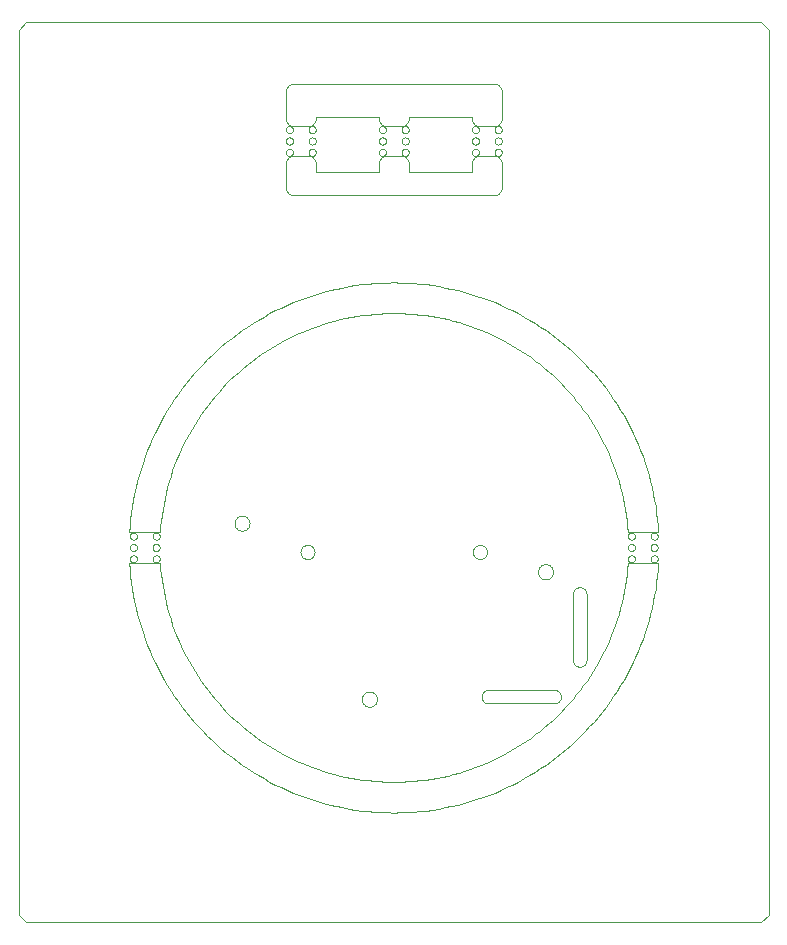
<source format=gko>
G75*
%MOIN*%
%OFA0B0*%
%FSLAX24Y24*%
%IPPOS*%
%LPD*%
%AMOC8*
5,1,8,0,0,1.08239X$1,22.5*
%
%ADD10C,0.0000*%
D10*
X001140Y000890D02*
X000890Y001140D01*
X000890Y030640D01*
X001140Y030890D01*
X025640Y030890D01*
X025890Y030640D01*
X025890Y001140D01*
X025640Y000890D01*
X001140Y000890D01*
X004571Y012878D02*
X005595Y012878D01*
X005352Y013010D02*
X005354Y013031D01*
X005360Y013051D01*
X005369Y013071D01*
X005381Y013088D01*
X005396Y013102D01*
X005414Y013114D01*
X005434Y013122D01*
X005454Y013127D01*
X005475Y013128D01*
X005496Y013125D01*
X005516Y013119D01*
X005535Y013108D01*
X005552Y013095D01*
X005565Y013079D01*
X005576Y013061D01*
X005584Y013041D01*
X005588Y013021D01*
X005588Y012999D01*
X005584Y012979D01*
X005576Y012959D01*
X005565Y012941D01*
X005552Y012925D01*
X005535Y012912D01*
X005516Y012901D01*
X005496Y012895D01*
X005475Y012892D01*
X005454Y012893D01*
X005434Y012898D01*
X005414Y012906D01*
X005396Y012918D01*
X005381Y012932D01*
X005369Y012949D01*
X005360Y012969D01*
X005354Y012989D01*
X005352Y013010D01*
X005352Y013390D02*
X005354Y013411D01*
X005360Y013431D01*
X005369Y013451D01*
X005381Y013468D01*
X005396Y013482D01*
X005414Y013494D01*
X005434Y013502D01*
X005454Y013507D01*
X005475Y013508D01*
X005496Y013505D01*
X005516Y013499D01*
X005535Y013488D01*
X005552Y013475D01*
X005565Y013459D01*
X005576Y013441D01*
X005584Y013421D01*
X005588Y013401D01*
X005588Y013379D01*
X005584Y013359D01*
X005576Y013339D01*
X005565Y013321D01*
X005552Y013305D01*
X005535Y013292D01*
X005516Y013281D01*
X005496Y013275D01*
X005475Y013272D01*
X005454Y013273D01*
X005434Y013278D01*
X005414Y013286D01*
X005396Y013298D01*
X005381Y013312D01*
X005369Y013329D01*
X005360Y013349D01*
X005354Y013369D01*
X005352Y013390D01*
X005352Y013770D02*
X005354Y013791D01*
X005360Y013811D01*
X005369Y013831D01*
X005381Y013848D01*
X005396Y013862D01*
X005414Y013874D01*
X005434Y013882D01*
X005454Y013887D01*
X005475Y013888D01*
X005496Y013885D01*
X005516Y013879D01*
X005535Y013868D01*
X005552Y013855D01*
X005565Y013839D01*
X005576Y013821D01*
X005584Y013801D01*
X005588Y013781D01*
X005588Y013759D01*
X005584Y013739D01*
X005576Y013719D01*
X005565Y013701D01*
X005552Y013685D01*
X005535Y013672D01*
X005516Y013661D01*
X005496Y013655D01*
X005475Y013652D01*
X005454Y013653D01*
X005434Y013658D01*
X005414Y013666D01*
X005396Y013678D01*
X005381Y013692D01*
X005369Y013709D01*
X005360Y013729D01*
X005354Y013749D01*
X005352Y013770D01*
X005595Y013902D02*
X004571Y013902D01*
X004592Y013770D02*
X004594Y013791D01*
X004600Y013811D01*
X004609Y013831D01*
X004621Y013848D01*
X004636Y013862D01*
X004654Y013874D01*
X004674Y013882D01*
X004694Y013887D01*
X004715Y013888D01*
X004736Y013885D01*
X004756Y013879D01*
X004775Y013868D01*
X004792Y013855D01*
X004805Y013839D01*
X004816Y013821D01*
X004824Y013801D01*
X004828Y013781D01*
X004828Y013759D01*
X004824Y013739D01*
X004816Y013719D01*
X004805Y013701D01*
X004792Y013685D01*
X004775Y013672D01*
X004756Y013661D01*
X004736Y013655D01*
X004715Y013652D01*
X004694Y013653D01*
X004674Y013658D01*
X004654Y013666D01*
X004636Y013678D01*
X004621Y013692D01*
X004609Y013709D01*
X004600Y013729D01*
X004594Y013749D01*
X004592Y013770D01*
X004592Y013390D02*
X004594Y013411D01*
X004600Y013431D01*
X004609Y013451D01*
X004621Y013468D01*
X004636Y013482D01*
X004654Y013494D01*
X004674Y013502D01*
X004694Y013507D01*
X004715Y013508D01*
X004736Y013505D01*
X004756Y013499D01*
X004775Y013488D01*
X004792Y013475D01*
X004805Y013459D01*
X004816Y013441D01*
X004824Y013421D01*
X004828Y013401D01*
X004828Y013379D01*
X004824Y013359D01*
X004816Y013339D01*
X004805Y013321D01*
X004792Y013305D01*
X004775Y013292D01*
X004756Y013281D01*
X004736Y013275D01*
X004715Y013272D01*
X004694Y013273D01*
X004674Y013278D01*
X004654Y013286D01*
X004636Y013298D01*
X004621Y013312D01*
X004609Y013329D01*
X004600Y013349D01*
X004594Y013369D01*
X004592Y013390D01*
X004592Y013010D02*
X004594Y013031D01*
X004600Y013051D01*
X004609Y013071D01*
X004621Y013088D01*
X004636Y013102D01*
X004654Y013114D01*
X004674Y013122D01*
X004694Y013127D01*
X004715Y013128D01*
X004736Y013125D01*
X004756Y013119D01*
X004775Y013108D01*
X004792Y013095D01*
X004805Y013079D01*
X004816Y013061D01*
X004824Y013041D01*
X004828Y013021D01*
X004828Y012999D01*
X004824Y012979D01*
X004816Y012959D01*
X004805Y012941D01*
X004792Y012925D01*
X004775Y012912D01*
X004756Y012901D01*
X004736Y012895D01*
X004715Y012892D01*
X004694Y012893D01*
X004674Y012898D01*
X004654Y012906D01*
X004636Y012918D01*
X004621Y012932D01*
X004609Y012949D01*
X004600Y012969D01*
X004594Y012989D01*
X004592Y013010D01*
X008082Y014200D02*
X008084Y014231D01*
X008090Y014262D01*
X008100Y014292D01*
X008113Y014320D01*
X008130Y014347D01*
X008150Y014371D01*
X008173Y014393D01*
X008198Y014411D01*
X008226Y014426D01*
X008255Y014438D01*
X008285Y014446D01*
X008316Y014450D01*
X008348Y014450D01*
X008379Y014446D01*
X008409Y014438D01*
X008438Y014426D01*
X008466Y014411D01*
X008491Y014393D01*
X008514Y014371D01*
X008534Y014347D01*
X008551Y014320D01*
X008564Y014292D01*
X008574Y014262D01*
X008580Y014231D01*
X008582Y014200D01*
X008580Y014169D01*
X008574Y014138D01*
X008564Y014108D01*
X008551Y014080D01*
X008534Y014053D01*
X008514Y014029D01*
X008491Y014007D01*
X008466Y013989D01*
X008438Y013974D01*
X008409Y013962D01*
X008379Y013954D01*
X008348Y013950D01*
X008316Y013950D01*
X008285Y013954D01*
X008255Y013962D01*
X008226Y013974D01*
X008198Y013989D01*
X008173Y014007D01*
X008150Y014029D01*
X008130Y014053D01*
X008113Y014080D01*
X008100Y014108D01*
X008090Y014138D01*
X008084Y014169D01*
X008082Y014200D01*
X010280Y013240D02*
X010282Y013270D01*
X010288Y013300D01*
X010297Y013328D01*
X010310Y013355D01*
X010327Y013381D01*
X010346Y013403D01*
X010368Y013424D01*
X010393Y013441D01*
X010420Y013455D01*
X010448Y013465D01*
X010477Y013472D01*
X010507Y013475D01*
X010538Y013474D01*
X010567Y013469D01*
X010596Y013461D01*
X010624Y013448D01*
X010649Y013433D01*
X010673Y013414D01*
X010694Y013392D01*
X010712Y013368D01*
X010727Y013342D01*
X010738Y013314D01*
X010746Y013285D01*
X010750Y013255D01*
X010750Y013225D01*
X010746Y013195D01*
X010738Y013166D01*
X010727Y013138D01*
X010712Y013112D01*
X010694Y013088D01*
X010673Y013066D01*
X010649Y013047D01*
X010624Y013032D01*
X010596Y013019D01*
X010567Y013011D01*
X010538Y013006D01*
X010507Y013005D01*
X010477Y013008D01*
X010448Y013015D01*
X010420Y013025D01*
X010393Y013039D01*
X010368Y013056D01*
X010346Y013077D01*
X010327Y013099D01*
X010310Y013125D01*
X010297Y013152D01*
X010288Y013180D01*
X010282Y013210D01*
X010280Y013240D01*
X004571Y012878D02*
X004586Y012663D01*
X004606Y012449D01*
X004632Y012235D01*
X004663Y012021D01*
X004699Y011809D01*
X004740Y011597D01*
X004786Y011387D01*
X004838Y011177D01*
X004894Y010969D01*
X004956Y010763D01*
X005022Y010558D01*
X005094Y010354D01*
X005170Y010153D01*
X005252Y009953D01*
X005338Y009756D01*
X005429Y009560D01*
X005525Y009367D01*
X005626Y009177D01*
X005731Y008988D01*
X005840Y008803D01*
X005954Y008620D01*
X006073Y008440D01*
X006196Y008263D01*
X006323Y008089D01*
X006455Y007918D01*
X006590Y007751D01*
X006730Y007586D01*
X006873Y007426D01*
X007021Y007268D01*
X007172Y007115D01*
X007327Y006965D01*
X007486Y006819D01*
X007648Y006677D01*
X007813Y006539D01*
X007982Y006405D01*
X008154Y006275D01*
X008329Y006149D01*
X008507Y006028D01*
X008688Y005911D01*
X008872Y005799D01*
X009059Y005691D01*
X009248Y005587D01*
X009440Y005488D01*
X009634Y005394D01*
X009830Y005305D01*
X010028Y005221D01*
X010228Y005141D01*
X010431Y005066D01*
X010635Y004997D01*
X010840Y004932D01*
X011047Y004872D01*
X011256Y004818D01*
X011466Y004768D01*
X011677Y004724D01*
X011888Y004685D01*
X012101Y004651D01*
X012315Y004622D01*
X012529Y004598D01*
X012744Y004580D01*
X012959Y004567D01*
X013174Y004559D01*
X013390Y004556D01*
X013606Y004559D01*
X013821Y004567D01*
X014036Y004580D01*
X014251Y004598D01*
X014465Y004622D01*
X014679Y004651D01*
X014892Y004685D01*
X015103Y004724D01*
X015314Y004768D01*
X015524Y004818D01*
X015733Y004872D01*
X015940Y004932D01*
X016145Y004997D01*
X016349Y005066D01*
X016552Y005141D01*
X016752Y005221D01*
X016950Y005305D01*
X017146Y005394D01*
X017340Y005488D01*
X017532Y005587D01*
X017721Y005691D01*
X017908Y005799D01*
X018092Y005911D01*
X018273Y006028D01*
X018451Y006149D01*
X018626Y006275D01*
X018798Y006405D01*
X018967Y006539D01*
X019132Y006677D01*
X019294Y006819D01*
X019453Y006965D01*
X019608Y007115D01*
X019759Y007268D01*
X019907Y007426D01*
X020050Y007586D01*
X020190Y007751D01*
X020325Y007918D01*
X020457Y008089D01*
X020584Y008263D01*
X020707Y008440D01*
X020826Y008620D01*
X020940Y008803D01*
X021049Y008988D01*
X021154Y009177D01*
X021255Y009367D01*
X021351Y009560D01*
X021442Y009756D01*
X021528Y009953D01*
X021610Y010153D01*
X021686Y010354D01*
X021758Y010558D01*
X021824Y010763D01*
X021886Y010969D01*
X021942Y011177D01*
X021994Y011387D01*
X022040Y011597D01*
X022081Y011809D01*
X022117Y012021D01*
X022148Y012235D01*
X022174Y012449D01*
X022194Y012663D01*
X022209Y012878D01*
X021185Y012878D01*
X021192Y013010D02*
X021194Y013031D01*
X021200Y013051D01*
X021209Y013071D01*
X021221Y013088D01*
X021236Y013102D01*
X021254Y013114D01*
X021274Y013122D01*
X021294Y013127D01*
X021315Y013128D01*
X021336Y013125D01*
X021356Y013119D01*
X021375Y013108D01*
X021392Y013095D01*
X021405Y013079D01*
X021416Y013061D01*
X021424Y013041D01*
X021428Y013021D01*
X021428Y012999D01*
X021424Y012979D01*
X021416Y012959D01*
X021405Y012941D01*
X021392Y012925D01*
X021375Y012912D01*
X021356Y012901D01*
X021336Y012895D01*
X021315Y012892D01*
X021294Y012893D01*
X021274Y012898D01*
X021254Y012906D01*
X021236Y012918D01*
X021221Y012932D01*
X021209Y012949D01*
X021200Y012969D01*
X021194Y012989D01*
X021192Y013010D01*
X021192Y013390D02*
X021194Y013411D01*
X021200Y013431D01*
X021209Y013451D01*
X021221Y013468D01*
X021236Y013482D01*
X021254Y013494D01*
X021274Y013502D01*
X021294Y013507D01*
X021315Y013508D01*
X021336Y013505D01*
X021356Y013499D01*
X021375Y013488D01*
X021392Y013475D01*
X021405Y013459D01*
X021416Y013441D01*
X021424Y013421D01*
X021428Y013401D01*
X021428Y013379D01*
X021424Y013359D01*
X021416Y013339D01*
X021405Y013321D01*
X021392Y013305D01*
X021375Y013292D01*
X021356Y013281D01*
X021336Y013275D01*
X021315Y013272D01*
X021294Y013273D01*
X021274Y013278D01*
X021254Y013286D01*
X021236Y013298D01*
X021221Y013312D01*
X021209Y013329D01*
X021200Y013349D01*
X021194Y013369D01*
X021192Y013390D01*
X021192Y013770D02*
X021194Y013791D01*
X021200Y013811D01*
X021209Y013831D01*
X021221Y013848D01*
X021236Y013862D01*
X021254Y013874D01*
X021274Y013882D01*
X021294Y013887D01*
X021315Y013888D01*
X021336Y013885D01*
X021356Y013879D01*
X021375Y013868D01*
X021392Y013855D01*
X021405Y013839D01*
X021416Y013821D01*
X021424Y013801D01*
X021428Y013781D01*
X021428Y013759D01*
X021424Y013739D01*
X021416Y013719D01*
X021405Y013701D01*
X021392Y013685D01*
X021375Y013672D01*
X021356Y013661D01*
X021336Y013655D01*
X021315Y013652D01*
X021294Y013653D01*
X021274Y013658D01*
X021254Y013666D01*
X021236Y013678D01*
X021221Y013692D01*
X021209Y013709D01*
X021200Y013729D01*
X021194Y013749D01*
X021192Y013770D01*
X021185Y013902D02*
X022209Y013902D01*
X021952Y013770D02*
X021954Y013791D01*
X021960Y013811D01*
X021969Y013831D01*
X021981Y013848D01*
X021996Y013862D01*
X022014Y013874D01*
X022034Y013882D01*
X022054Y013887D01*
X022075Y013888D01*
X022096Y013885D01*
X022116Y013879D01*
X022135Y013868D01*
X022152Y013855D01*
X022165Y013839D01*
X022176Y013821D01*
X022184Y013801D01*
X022188Y013781D01*
X022188Y013759D01*
X022184Y013739D01*
X022176Y013719D01*
X022165Y013701D01*
X022152Y013685D01*
X022135Y013672D01*
X022116Y013661D01*
X022096Y013655D01*
X022075Y013652D01*
X022054Y013653D01*
X022034Y013658D01*
X022014Y013666D01*
X021996Y013678D01*
X021981Y013692D01*
X021969Y013709D01*
X021960Y013729D01*
X021954Y013749D01*
X021952Y013770D01*
X021952Y013390D02*
X021954Y013411D01*
X021960Y013431D01*
X021969Y013451D01*
X021981Y013468D01*
X021996Y013482D01*
X022014Y013494D01*
X022034Y013502D01*
X022054Y013507D01*
X022075Y013508D01*
X022096Y013505D01*
X022116Y013499D01*
X022135Y013488D01*
X022152Y013475D01*
X022165Y013459D01*
X022176Y013441D01*
X022184Y013421D01*
X022188Y013401D01*
X022188Y013379D01*
X022184Y013359D01*
X022176Y013339D01*
X022165Y013321D01*
X022152Y013305D01*
X022135Y013292D01*
X022116Y013281D01*
X022096Y013275D01*
X022075Y013272D01*
X022054Y013273D01*
X022034Y013278D01*
X022014Y013286D01*
X021996Y013298D01*
X021981Y013312D01*
X021969Y013329D01*
X021960Y013349D01*
X021954Y013369D01*
X021952Y013390D01*
X021952Y013010D02*
X021954Y013031D01*
X021960Y013051D01*
X021969Y013071D01*
X021981Y013088D01*
X021996Y013102D01*
X022014Y013114D01*
X022034Y013122D01*
X022054Y013127D01*
X022075Y013128D01*
X022096Y013125D01*
X022116Y013119D01*
X022135Y013108D01*
X022152Y013095D01*
X022165Y013079D01*
X022176Y013061D01*
X022184Y013041D01*
X022188Y013021D01*
X022188Y012999D01*
X022184Y012979D01*
X022176Y012959D01*
X022165Y012941D01*
X022152Y012925D01*
X022135Y012912D01*
X022116Y012901D01*
X022096Y012895D01*
X022075Y012892D01*
X022054Y012893D01*
X022034Y012898D01*
X022014Y012906D01*
X021996Y012918D01*
X021981Y012932D01*
X021969Y012949D01*
X021960Y012969D01*
X021954Y012989D01*
X021952Y013010D01*
X019815Y011840D02*
X019815Y009640D01*
X019813Y009612D01*
X019808Y009584D01*
X019799Y009557D01*
X019787Y009532D01*
X019772Y009508D01*
X019754Y009486D01*
X019733Y009467D01*
X019711Y009450D01*
X019686Y009436D01*
X019660Y009426D01*
X019632Y009419D01*
X019604Y009415D01*
X019576Y009415D01*
X019548Y009419D01*
X019520Y009426D01*
X019494Y009436D01*
X019469Y009450D01*
X019447Y009467D01*
X019426Y009486D01*
X019408Y009508D01*
X019393Y009532D01*
X019381Y009557D01*
X019372Y009584D01*
X019367Y009612D01*
X019365Y009640D01*
X019365Y011840D01*
X019367Y011868D01*
X019372Y011896D01*
X019381Y011923D01*
X019393Y011948D01*
X019408Y011972D01*
X019426Y011994D01*
X019447Y012013D01*
X019469Y012030D01*
X019494Y012044D01*
X019520Y012054D01*
X019548Y012061D01*
X019576Y012065D01*
X019604Y012065D01*
X019632Y012061D01*
X019660Y012054D01*
X019686Y012044D01*
X019711Y012030D01*
X019733Y012013D01*
X019754Y011994D01*
X019772Y011972D01*
X019787Y011948D01*
X019799Y011923D01*
X019808Y011896D01*
X019813Y011868D01*
X019815Y011840D01*
X018198Y012580D02*
X018200Y012611D01*
X018206Y012642D01*
X018216Y012672D01*
X018229Y012700D01*
X018246Y012727D01*
X018266Y012751D01*
X018289Y012773D01*
X018314Y012791D01*
X018342Y012806D01*
X018371Y012818D01*
X018401Y012826D01*
X018432Y012830D01*
X018464Y012830D01*
X018495Y012826D01*
X018525Y012818D01*
X018554Y012806D01*
X018582Y012791D01*
X018607Y012773D01*
X018630Y012751D01*
X018650Y012727D01*
X018667Y012700D01*
X018680Y012672D01*
X018690Y012642D01*
X018696Y012611D01*
X018698Y012580D01*
X018696Y012549D01*
X018690Y012518D01*
X018680Y012488D01*
X018667Y012460D01*
X018650Y012433D01*
X018630Y012409D01*
X018607Y012387D01*
X018582Y012369D01*
X018554Y012354D01*
X018525Y012342D01*
X018495Y012334D01*
X018464Y012330D01*
X018432Y012330D01*
X018401Y012334D01*
X018371Y012342D01*
X018342Y012354D01*
X018314Y012369D01*
X018289Y012387D01*
X018266Y012409D01*
X018246Y012433D01*
X018229Y012460D01*
X018216Y012488D01*
X018206Y012518D01*
X018200Y012549D01*
X018198Y012580D01*
X016030Y013240D02*
X016032Y013270D01*
X016038Y013300D01*
X016047Y013328D01*
X016060Y013355D01*
X016077Y013381D01*
X016096Y013403D01*
X016118Y013424D01*
X016143Y013441D01*
X016170Y013455D01*
X016198Y013465D01*
X016227Y013472D01*
X016257Y013475D01*
X016288Y013474D01*
X016317Y013469D01*
X016346Y013461D01*
X016374Y013448D01*
X016399Y013433D01*
X016423Y013414D01*
X016444Y013392D01*
X016462Y013368D01*
X016477Y013342D01*
X016488Y013314D01*
X016496Y013285D01*
X016500Y013255D01*
X016500Y013225D01*
X016496Y013195D01*
X016488Y013166D01*
X016477Y013138D01*
X016462Y013112D01*
X016444Y013088D01*
X016423Y013066D01*
X016399Y013047D01*
X016374Y013032D01*
X016346Y013019D01*
X016317Y013011D01*
X016288Y013006D01*
X016257Y013005D01*
X016227Y013008D01*
X016198Y013015D01*
X016170Y013025D01*
X016143Y013039D01*
X016118Y013056D01*
X016096Y013077D01*
X016077Y013099D01*
X016060Y013125D01*
X016047Y013152D01*
X016038Y013180D01*
X016032Y013210D01*
X016030Y013240D01*
X022209Y013902D02*
X022194Y014117D01*
X022174Y014331D01*
X022148Y014545D01*
X022117Y014759D01*
X022081Y014971D01*
X022040Y015183D01*
X021994Y015393D01*
X021942Y015603D01*
X021886Y015811D01*
X021824Y016017D01*
X021758Y016222D01*
X021686Y016426D01*
X021610Y016627D01*
X021528Y016827D01*
X021442Y017024D01*
X021351Y017220D01*
X021255Y017413D01*
X021154Y017603D01*
X021049Y017792D01*
X020940Y017977D01*
X020826Y018160D01*
X020707Y018340D01*
X020584Y018517D01*
X020457Y018691D01*
X020325Y018862D01*
X020190Y019029D01*
X020050Y019194D01*
X019907Y019354D01*
X019759Y019512D01*
X019608Y019665D01*
X019453Y019815D01*
X019294Y019961D01*
X019132Y020103D01*
X018967Y020241D01*
X018798Y020375D01*
X018626Y020505D01*
X018451Y020631D01*
X018273Y020752D01*
X018092Y020869D01*
X017908Y020981D01*
X017721Y021089D01*
X017532Y021193D01*
X017340Y021292D01*
X017146Y021386D01*
X016950Y021475D01*
X016752Y021559D01*
X016552Y021639D01*
X016349Y021714D01*
X016145Y021783D01*
X015940Y021848D01*
X015733Y021908D01*
X015524Y021962D01*
X015314Y022012D01*
X015103Y022056D01*
X014892Y022095D01*
X014679Y022129D01*
X014465Y022158D01*
X014251Y022182D01*
X014036Y022200D01*
X013821Y022213D01*
X013606Y022221D01*
X013390Y022224D01*
X013174Y022221D01*
X012959Y022213D01*
X012744Y022200D01*
X012529Y022182D01*
X012315Y022158D01*
X012101Y022129D01*
X011888Y022095D01*
X011677Y022056D01*
X011466Y022012D01*
X011256Y021962D01*
X011047Y021908D01*
X010840Y021848D01*
X010635Y021783D01*
X010431Y021714D01*
X010228Y021639D01*
X010028Y021559D01*
X009830Y021475D01*
X009634Y021386D01*
X009440Y021292D01*
X009248Y021193D01*
X009059Y021089D01*
X008872Y020981D01*
X008688Y020869D01*
X008507Y020752D01*
X008329Y020631D01*
X008154Y020505D01*
X007982Y020375D01*
X007813Y020241D01*
X007648Y020103D01*
X007486Y019961D01*
X007327Y019815D01*
X007172Y019665D01*
X007021Y019512D01*
X006873Y019354D01*
X006730Y019194D01*
X006590Y019029D01*
X006455Y018862D01*
X006323Y018691D01*
X006196Y018517D01*
X006073Y018340D01*
X005954Y018160D01*
X005840Y017977D01*
X005731Y017792D01*
X005626Y017603D01*
X005525Y017413D01*
X005429Y017220D01*
X005338Y017024D01*
X005252Y016827D01*
X005170Y016627D01*
X005094Y016426D01*
X005022Y016222D01*
X004956Y016017D01*
X004894Y015811D01*
X004838Y015603D01*
X004786Y015393D01*
X004740Y015183D01*
X004699Y014971D01*
X004663Y014759D01*
X004632Y014545D01*
X004606Y014331D01*
X004586Y014117D01*
X004571Y013902D01*
X012330Y008332D02*
X012332Y008363D01*
X012338Y008394D01*
X012348Y008424D01*
X012361Y008452D01*
X012378Y008479D01*
X012398Y008503D01*
X012421Y008525D01*
X012446Y008543D01*
X012474Y008558D01*
X012503Y008570D01*
X012533Y008578D01*
X012564Y008582D01*
X012596Y008582D01*
X012627Y008578D01*
X012657Y008570D01*
X012686Y008558D01*
X012714Y008543D01*
X012739Y008525D01*
X012762Y008503D01*
X012782Y008479D01*
X012799Y008452D01*
X012812Y008424D01*
X012822Y008394D01*
X012828Y008363D01*
X012830Y008332D01*
X012828Y008301D01*
X012822Y008270D01*
X012812Y008240D01*
X012799Y008212D01*
X012782Y008185D01*
X012762Y008161D01*
X012739Y008139D01*
X012714Y008121D01*
X012686Y008106D01*
X012657Y008094D01*
X012627Y008086D01*
X012596Y008082D01*
X012564Y008082D01*
X012533Y008086D01*
X012503Y008094D01*
X012474Y008106D01*
X012446Y008121D01*
X012421Y008139D01*
X012398Y008161D01*
X012378Y008185D01*
X012361Y008212D01*
X012348Y008240D01*
X012338Y008270D01*
X012332Y008301D01*
X012330Y008332D01*
X016540Y008190D02*
X016512Y008192D01*
X016484Y008197D01*
X016457Y008206D01*
X016432Y008218D01*
X016408Y008233D01*
X016386Y008251D01*
X016367Y008272D01*
X016350Y008294D01*
X016336Y008319D01*
X016326Y008345D01*
X016319Y008373D01*
X016315Y008401D01*
X016315Y008429D01*
X016319Y008457D01*
X016326Y008485D01*
X016336Y008511D01*
X016350Y008536D01*
X016367Y008558D01*
X016386Y008579D01*
X016408Y008597D01*
X016432Y008612D01*
X016457Y008624D01*
X016484Y008633D01*
X016512Y008638D01*
X016540Y008640D01*
X018740Y008640D01*
X018768Y008638D01*
X018796Y008633D01*
X018823Y008624D01*
X018848Y008612D01*
X018872Y008597D01*
X018894Y008579D01*
X018913Y008558D01*
X018930Y008536D01*
X018944Y008511D01*
X018954Y008485D01*
X018961Y008457D01*
X018965Y008429D01*
X018965Y008401D01*
X018961Y008373D01*
X018954Y008345D01*
X018944Y008319D01*
X018930Y008294D01*
X018913Y008272D01*
X018894Y008251D01*
X018872Y008233D01*
X018848Y008218D01*
X018823Y008206D01*
X018796Y008197D01*
X018768Y008192D01*
X018740Y008190D01*
X016540Y008190D01*
X021185Y012878D02*
X021170Y012688D01*
X021151Y012497D01*
X021127Y012308D01*
X021098Y012119D01*
X021064Y011930D01*
X021026Y011743D01*
X020984Y011557D01*
X020937Y011371D01*
X020885Y011187D01*
X020829Y011005D01*
X020768Y010823D01*
X020703Y010643D01*
X020634Y010465D01*
X020560Y010289D01*
X020482Y010114D01*
X020400Y009942D01*
X020313Y009771D01*
X020223Y009603D01*
X020128Y009437D01*
X020029Y009273D01*
X019926Y009112D01*
X019820Y008953D01*
X019709Y008797D01*
X019595Y008644D01*
X019477Y008493D01*
X019355Y008346D01*
X019230Y008201D01*
X019101Y008060D01*
X018969Y007922D01*
X018834Y007787D01*
X018695Y007655D01*
X018553Y007527D01*
X018408Y007403D01*
X018260Y007282D01*
X018109Y007164D01*
X017955Y007051D01*
X017799Y006941D01*
X017640Y006835D01*
X017478Y006733D01*
X017314Y006635D01*
X017147Y006541D01*
X016978Y006451D01*
X016808Y006365D01*
X016635Y006284D01*
X016460Y006206D01*
X016283Y006133D01*
X016105Y006065D01*
X015925Y006001D01*
X015743Y005941D01*
X015560Y005885D01*
X015376Y005835D01*
X015190Y005788D01*
X015004Y005746D01*
X014816Y005709D01*
X014628Y005677D01*
X014438Y005649D01*
X014249Y005625D01*
X014058Y005607D01*
X013868Y005593D01*
X013677Y005583D01*
X013486Y005579D01*
X013294Y005579D01*
X013103Y005583D01*
X012912Y005593D01*
X012722Y005607D01*
X012531Y005625D01*
X012342Y005649D01*
X012152Y005677D01*
X011964Y005709D01*
X011776Y005746D01*
X011590Y005788D01*
X011404Y005835D01*
X011220Y005885D01*
X011037Y005941D01*
X010855Y006001D01*
X010675Y006065D01*
X010497Y006133D01*
X010320Y006206D01*
X010145Y006284D01*
X009972Y006365D01*
X009802Y006451D01*
X009633Y006541D01*
X009466Y006635D01*
X009302Y006733D01*
X009140Y006835D01*
X008981Y006941D01*
X008825Y007051D01*
X008671Y007164D01*
X008520Y007282D01*
X008372Y007403D01*
X008227Y007527D01*
X008085Y007655D01*
X007946Y007787D01*
X007811Y007922D01*
X007679Y008060D01*
X007550Y008201D01*
X007425Y008346D01*
X007303Y008493D01*
X007185Y008644D01*
X007071Y008797D01*
X006960Y008953D01*
X006854Y009112D01*
X006751Y009273D01*
X006652Y009437D01*
X006557Y009603D01*
X006467Y009771D01*
X006380Y009942D01*
X006298Y010114D01*
X006220Y010289D01*
X006146Y010465D01*
X006077Y010643D01*
X006012Y010823D01*
X005951Y011005D01*
X005895Y011187D01*
X005843Y011371D01*
X005796Y011557D01*
X005754Y011743D01*
X005716Y011930D01*
X005682Y012119D01*
X005653Y012308D01*
X005629Y012497D01*
X005610Y012688D01*
X005595Y012878D01*
X005595Y013902D02*
X005610Y014092D01*
X005629Y014283D01*
X005653Y014472D01*
X005682Y014661D01*
X005716Y014850D01*
X005754Y015037D01*
X005796Y015223D01*
X005843Y015409D01*
X005895Y015593D01*
X005951Y015775D01*
X006012Y015957D01*
X006077Y016137D01*
X006146Y016315D01*
X006220Y016491D01*
X006298Y016666D01*
X006380Y016838D01*
X006467Y017009D01*
X006557Y017177D01*
X006652Y017343D01*
X006751Y017507D01*
X006854Y017668D01*
X006960Y017827D01*
X007071Y017983D01*
X007185Y018136D01*
X007303Y018287D01*
X007425Y018434D01*
X007550Y018579D01*
X007679Y018720D01*
X007811Y018858D01*
X007946Y018993D01*
X008085Y019125D01*
X008227Y019253D01*
X008372Y019377D01*
X008520Y019498D01*
X008671Y019616D01*
X008825Y019729D01*
X008981Y019839D01*
X009140Y019945D01*
X009302Y020047D01*
X009466Y020145D01*
X009633Y020239D01*
X009802Y020329D01*
X009972Y020415D01*
X010145Y020496D01*
X010320Y020574D01*
X010497Y020647D01*
X010675Y020715D01*
X010855Y020779D01*
X011037Y020839D01*
X011220Y020895D01*
X011404Y020945D01*
X011590Y020992D01*
X011776Y021034D01*
X011964Y021071D01*
X012152Y021103D01*
X012342Y021131D01*
X012531Y021155D01*
X012722Y021173D01*
X012912Y021187D01*
X013103Y021197D01*
X013294Y021201D01*
X013486Y021201D01*
X013677Y021197D01*
X013868Y021187D01*
X014058Y021173D01*
X014249Y021155D01*
X014438Y021131D01*
X014628Y021103D01*
X014816Y021071D01*
X015004Y021034D01*
X015190Y020992D01*
X015376Y020945D01*
X015560Y020895D01*
X015743Y020839D01*
X015925Y020779D01*
X016105Y020715D01*
X016283Y020647D01*
X016460Y020574D01*
X016635Y020496D01*
X016808Y020415D01*
X016978Y020329D01*
X017147Y020239D01*
X017314Y020145D01*
X017478Y020047D01*
X017640Y019945D01*
X017799Y019839D01*
X017955Y019729D01*
X018109Y019616D01*
X018260Y019498D01*
X018408Y019377D01*
X018553Y019253D01*
X018695Y019125D01*
X018834Y018993D01*
X018969Y018858D01*
X019101Y018720D01*
X019230Y018579D01*
X019355Y018434D01*
X019477Y018287D01*
X019595Y018136D01*
X019709Y017983D01*
X019820Y017827D01*
X019926Y017668D01*
X020029Y017507D01*
X020128Y017343D01*
X020223Y017177D01*
X020313Y017009D01*
X020400Y016838D01*
X020482Y016666D01*
X020560Y016491D01*
X020634Y016315D01*
X020703Y016137D01*
X020768Y015957D01*
X020829Y015775D01*
X020885Y015593D01*
X020937Y015409D01*
X020984Y015223D01*
X021026Y015037D01*
X021064Y014850D01*
X021098Y014661D01*
X021127Y014472D01*
X021151Y014283D01*
X021170Y014092D01*
X021185Y013902D01*
X016740Y025140D02*
X010040Y025140D01*
X010010Y025142D01*
X009980Y025147D01*
X009951Y025156D01*
X009924Y025169D01*
X009898Y025184D01*
X009874Y025203D01*
X009853Y025224D01*
X009834Y025248D01*
X009819Y025274D01*
X009806Y025301D01*
X009797Y025330D01*
X009792Y025360D01*
X009790Y025390D01*
X009790Y026190D01*
X009792Y026220D01*
X009797Y026250D01*
X009806Y026279D01*
X009819Y026306D01*
X009834Y026332D01*
X009853Y026356D01*
X009874Y026377D01*
X009898Y026396D01*
X009924Y026411D01*
X009951Y026424D01*
X009980Y026433D01*
X010010Y026438D01*
X010040Y026440D01*
X010540Y026440D01*
X010552Y026560D02*
X010554Y026581D01*
X010560Y026601D01*
X010569Y026621D01*
X010581Y026638D01*
X010596Y026652D01*
X010614Y026664D01*
X010634Y026672D01*
X010654Y026677D01*
X010675Y026678D01*
X010696Y026675D01*
X010716Y026669D01*
X010735Y026658D01*
X010752Y026645D01*
X010765Y026629D01*
X010776Y026611D01*
X010784Y026591D01*
X010788Y026571D01*
X010788Y026549D01*
X010784Y026529D01*
X010776Y026509D01*
X010765Y026491D01*
X010752Y026475D01*
X010735Y026462D01*
X010716Y026451D01*
X010696Y026445D01*
X010675Y026442D01*
X010654Y026443D01*
X010634Y026448D01*
X010614Y026456D01*
X010596Y026468D01*
X010581Y026482D01*
X010569Y026499D01*
X010560Y026519D01*
X010554Y026539D01*
X010552Y026560D01*
X010540Y026440D02*
X010570Y026438D01*
X010600Y026433D01*
X010629Y026424D01*
X010656Y026411D01*
X010682Y026396D01*
X010706Y026377D01*
X010727Y026356D01*
X010746Y026332D01*
X010761Y026306D01*
X010774Y026279D01*
X010783Y026250D01*
X010788Y026220D01*
X010790Y026190D01*
X010790Y025890D01*
X012890Y025890D01*
X012890Y026190D01*
X012892Y026220D01*
X012897Y026250D01*
X012906Y026279D01*
X012919Y026306D01*
X012934Y026332D01*
X012953Y026356D01*
X012974Y026377D01*
X012998Y026396D01*
X013024Y026411D01*
X013051Y026424D01*
X013080Y026433D01*
X013110Y026438D01*
X013140Y026440D01*
X013640Y026440D01*
X013652Y026560D02*
X013654Y026581D01*
X013660Y026601D01*
X013669Y026621D01*
X013681Y026638D01*
X013696Y026652D01*
X013714Y026664D01*
X013734Y026672D01*
X013754Y026677D01*
X013775Y026678D01*
X013796Y026675D01*
X013816Y026669D01*
X013835Y026658D01*
X013852Y026645D01*
X013865Y026629D01*
X013876Y026611D01*
X013884Y026591D01*
X013888Y026571D01*
X013888Y026549D01*
X013884Y026529D01*
X013876Y026509D01*
X013865Y026491D01*
X013852Y026475D01*
X013835Y026462D01*
X013816Y026451D01*
X013796Y026445D01*
X013775Y026442D01*
X013754Y026443D01*
X013734Y026448D01*
X013714Y026456D01*
X013696Y026468D01*
X013681Y026482D01*
X013669Y026499D01*
X013660Y026519D01*
X013654Y026539D01*
X013652Y026560D01*
X013640Y026440D02*
X013670Y026438D01*
X013700Y026433D01*
X013729Y026424D01*
X013756Y026411D01*
X013782Y026396D01*
X013806Y026377D01*
X013827Y026356D01*
X013846Y026332D01*
X013861Y026306D01*
X013874Y026279D01*
X013883Y026250D01*
X013888Y026220D01*
X013890Y026190D01*
X013890Y025890D01*
X015990Y025890D01*
X015990Y026190D01*
X015992Y026220D01*
X015997Y026250D01*
X016006Y026279D01*
X016019Y026306D01*
X016034Y026332D01*
X016053Y026356D01*
X016074Y026377D01*
X016098Y026396D01*
X016124Y026411D01*
X016151Y026424D01*
X016180Y026433D01*
X016210Y026438D01*
X016240Y026440D01*
X016740Y026440D01*
X016752Y026560D02*
X016754Y026581D01*
X016760Y026601D01*
X016769Y026621D01*
X016781Y026638D01*
X016796Y026652D01*
X016814Y026664D01*
X016834Y026672D01*
X016854Y026677D01*
X016875Y026678D01*
X016896Y026675D01*
X016916Y026669D01*
X016935Y026658D01*
X016952Y026645D01*
X016965Y026629D01*
X016976Y026611D01*
X016984Y026591D01*
X016988Y026571D01*
X016988Y026549D01*
X016984Y026529D01*
X016976Y026509D01*
X016965Y026491D01*
X016952Y026475D01*
X016935Y026462D01*
X016916Y026451D01*
X016896Y026445D01*
X016875Y026442D01*
X016854Y026443D01*
X016834Y026448D01*
X016814Y026456D01*
X016796Y026468D01*
X016781Y026482D01*
X016769Y026499D01*
X016760Y026519D01*
X016754Y026539D01*
X016752Y026560D01*
X016740Y026440D02*
X016770Y026438D01*
X016800Y026433D01*
X016829Y026424D01*
X016856Y026411D01*
X016882Y026396D01*
X016906Y026377D01*
X016927Y026356D01*
X016946Y026332D01*
X016961Y026306D01*
X016974Y026279D01*
X016983Y026250D01*
X016988Y026220D01*
X016990Y026190D01*
X016990Y025390D01*
X016988Y025360D01*
X016983Y025330D01*
X016974Y025301D01*
X016961Y025274D01*
X016946Y025248D01*
X016927Y025224D01*
X016906Y025203D01*
X016882Y025184D01*
X016856Y025169D01*
X016829Y025156D01*
X016800Y025147D01*
X016770Y025142D01*
X016740Y025140D01*
X015992Y026560D02*
X015994Y026581D01*
X016000Y026601D01*
X016009Y026621D01*
X016021Y026638D01*
X016036Y026652D01*
X016054Y026664D01*
X016074Y026672D01*
X016094Y026677D01*
X016115Y026678D01*
X016136Y026675D01*
X016156Y026669D01*
X016175Y026658D01*
X016192Y026645D01*
X016205Y026629D01*
X016216Y026611D01*
X016224Y026591D01*
X016228Y026571D01*
X016228Y026549D01*
X016224Y026529D01*
X016216Y026509D01*
X016205Y026491D01*
X016192Y026475D01*
X016175Y026462D01*
X016156Y026451D01*
X016136Y026445D01*
X016115Y026442D01*
X016094Y026443D01*
X016074Y026448D01*
X016054Y026456D01*
X016036Y026468D01*
X016021Y026482D01*
X016009Y026499D01*
X016000Y026519D01*
X015994Y026539D01*
X015992Y026560D01*
X015992Y026940D02*
X015994Y026961D01*
X016000Y026981D01*
X016009Y027001D01*
X016021Y027018D01*
X016036Y027032D01*
X016054Y027044D01*
X016074Y027052D01*
X016094Y027057D01*
X016115Y027058D01*
X016136Y027055D01*
X016156Y027049D01*
X016175Y027038D01*
X016192Y027025D01*
X016205Y027009D01*
X016216Y026991D01*
X016224Y026971D01*
X016228Y026951D01*
X016228Y026929D01*
X016224Y026909D01*
X016216Y026889D01*
X016205Y026871D01*
X016192Y026855D01*
X016175Y026842D01*
X016156Y026831D01*
X016136Y026825D01*
X016115Y026822D01*
X016094Y026823D01*
X016074Y026828D01*
X016054Y026836D01*
X016036Y026848D01*
X016021Y026862D01*
X016009Y026879D01*
X016000Y026899D01*
X015994Y026919D01*
X015992Y026940D01*
X015992Y027320D02*
X015994Y027341D01*
X016000Y027361D01*
X016009Y027381D01*
X016021Y027398D01*
X016036Y027412D01*
X016054Y027424D01*
X016074Y027432D01*
X016094Y027437D01*
X016115Y027438D01*
X016136Y027435D01*
X016156Y027429D01*
X016175Y027418D01*
X016192Y027405D01*
X016205Y027389D01*
X016216Y027371D01*
X016224Y027351D01*
X016228Y027331D01*
X016228Y027309D01*
X016224Y027289D01*
X016216Y027269D01*
X016205Y027251D01*
X016192Y027235D01*
X016175Y027222D01*
X016156Y027211D01*
X016136Y027205D01*
X016115Y027202D01*
X016094Y027203D01*
X016074Y027208D01*
X016054Y027216D01*
X016036Y027228D01*
X016021Y027242D01*
X016009Y027259D01*
X016000Y027279D01*
X015994Y027299D01*
X015992Y027320D01*
X016240Y027440D02*
X016740Y027440D01*
X016752Y027320D02*
X016754Y027341D01*
X016760Y027361D01*
X016769Y027381D01*
X016781Y027398D01*
X016796Y027412D01*
X016814Y027424D01*
X016834Y027432D01*
X016854Y027437D01*
X016875Y027438D01*
X016896Y027435D01*
X016916Y027429D01*
X016935Y027418D01*
X016952Y027405D01*
X016965Y027389D01*
X016976Y027371D01*
X016984Y027351D01*
X016988Y027331D01*
X016988Y027309D01*
X016984Y027289D01*
X016976Y027269D01*
X016965Y027251D01*
X016952Y027235D01*
X016935Y027222D01*
X016916Y027211D01*
X016896Y027205D01*
X016875Y027202D01*
X016854Y027203D01*
X016834Y027208D01*
X016814Y027216D01*
X016796Y027228D01*
X016781Y027242D01*
X016769Y027259D01*
X016760Y027279D01*
X016754Y027299D01*
X016752Y027320D01*
X016752Y026940D02*
X016754Y026961D01*
X016760Y026981D01*
X016769Y027001D01*
X016781Y027018D01*
X016796Y027032D01*
X016814Y027044D01*
X016834Y027052D01*
X016854Y027057D01*
X016875Y027058D01*
X016896Y027055D01*
X016916Y027049D01*
X016935Y027038D01*
X016952Y027025D01*
X016965Y027009D01*
X016976Y026991D01*
X016984Y026971D01*
X016988Y026951D01*
X016988Y026929D01*
X016984Y026909D01*
X016976Y026889D01*
X016965Y026871D01*
X016952Y026855D01*
X016935Y026842D01*
X016916Y026831D01*
X016896Y026825D01*
X016875Y026822D01*
X016854Y026823D01*
X016834Y026828D01*
X016814Y026836D01*
X016796Y026848D01*
X016781Y026862D01*
X016769Y026879D01*
X016760Y026899D01*
X016754Y026919D01*
X016752Y026940D01*
X016740Y027440D02*
X016770Y027442D01*
X016800Y027447D01*
X016829Y027456D01*
X016856Y027469D01*
X016882Y027484D01*
X016906Y027503D01*
X016927Y027524D01*
X016946Y027548D01*
X016961Y027574D01*
X016974Y027601D01*
X016983Y027630D01*
X016988Y027660D01*
X016990Y027690D01*
X016990Y028590D01*
X016988Y028620D01*
X016983Y028650D01*
X016974Y028679D01*
X016961Y028706D01*
X016946Y028732D01*
X016927Y028756D01*
X016906Y028777D01*
X016882Y028796D01*
X016856Y028811D01*
X016829Y028824D01*
X016800Y028833D01*
X016770Y028838D01*
X016740Y028840D01*
X010040Y028840D01*
X010010Y028838D01*
X009980Y028833D01*
X009951Y028824D01*
X009924Y028811D01*
X009898Y028796D01*
X009874Y028777D01*
X009853Y028756D01*
X009834Y028732D01*
X009819Y028706D01*
X009806Y028679D01*
X009797Y028650D01*
X009792Y028620D01*
X009790Y028590D01*
X009790Y027690D01*
X009792Y027660D01*
X009797Y027630D01*
X009806Y027601D01*
X009819Y027574D01*
X009834Y027548D01*
X009853Y027524D01*
X009874Y027503D01*
X009898Y027484D01*
X009924Y027469D01*
X009951Y027456D01*
X009980Y027447D01*
X010010Y027442D01*
X010040Y027440D01*
X010540Y027440D01*
X010552Y027320D02*
X010554Y027341D01*
X010560Y027361D01*
X010569Y027381D01*
X010581Y027398D01*
X010596Y027412D01*
X010614Y027424D01*
X010634Y027432D01*
X010654Y027437D01*
X010675Y027438D01*
X010696Y027435D01*
X010716Y027429D01*
X010735Y027418D01*
X010752Y027405D01*
X010765Y027389D01*
X010776Y027371D01*
X010784Y027351D01*
X010788Y027331D01*
X010788Y027309D01*
X010784Y027289D01*
X010776Y027269D01*
X010765Y027251D01*
X010752Y027235D01*
X010735Y027222D01*
X010716Y027211D01*
X010696Y027205D01*
X010675Y027202D01*
X010654Y027203D01*
X010634Y027208D01*
X010614Y027216D01*
X010596Y027228D01*
X010581Y027242D01*
X010569Y027259D01*
X010560Y027279D01*
X010554Y027299D01*
X010552Y027320D01*
X010552Y026940D02*
X010554Y026961D01*
X010560Y026981D01*
X010569Y027001D01*
X010581Y027018D01*
X010596Y027032D01*
X010614Y027044D01*
X010634Y027052D01*
X010654Y027057D01*
X010675Y027058D01*
X010696Y027055D01*
X010716Y027049D01*
X010735Y027038D01*
X010752Y027025D01*
X010765Y027009D01*
X010776Y026991D01*
X010784Y026971D01*
X010788Y026951D01*
X010788Y026929D01*
X010784Y026909D01*
X010776Y026889D01*
X010765Y026871D01*
X010752Y026855D01*
X010735Y026842D01*
X010716Y026831D01*
X010696Y026825D01*
X010675Y026822D01*
X010654Y026823D01*
X010634Y026828D01*
X010614Y026836D01*
X010596Y026848D01*
X010581Y026862D01*
X010569Y026879D01*
X010560Y026899D01*
X010554Y026919D01*
X010552Y026940D01*
X009792Y026940D02*
X009794Y026961D01*
X009800Y026981D01*
X009809Y027001D01*
X009821Y027018D01*
X009836Y027032D01*
X009854Y027044D01*
X009874Y027052D01*
X009894Y027057D01*
X009915Y027058D01*
X009936Y027055D01*
X009956Y027049D01*
X009975Y027038D01*
X009992Y027025D01*
X010005Y027009D01*
X010016Y026991D01*
X010024Y026971D01*
X010028Y026951D01*
X010028Y026929D01*
X010024Y026909D01*
X010016Y026889D01*
X010005Y026871D01*
X009992Y026855D01*
X009975Y026842D01*
X009956Y026831D01*
X009936Y026825D01*
X009915Y026822D01*
X009894Y026823D01*
X009874Y026828D01*
X009854Y026836D01*
X009836Y026848D01*
X009821Y026862D01*
X009809Y026879D01*
X009800Y026899D01*
X009794Y026919D01*
X009792Y026940D01*
X009792Y027320D02*
X009794Y027341D01*
X009800Y027361D01*
X009809Y027381D01*
X009821Y027398D01*
X009836Y027412D01*
X009854Y027424D01*
X009874Y027432D01*
X009894Y027437D01*
X009915Y027438D01*
X009936Y027435D01*
X009956Y027429D01*
X009975Y027418D01*
X009992Y027405D01*
X010005Y027389D01*
X010016Y027371D01*
X010024Y027351D01*
X010028Y027331D01*
X010028Y027309D01*
X010024Y027289D01*
X010016Y027269D01*
X010005Y027251D01*
X009992Y027235D01*
X009975Y027222D01*
X009956Y027211D01*
X009936Y027205D01*
X009915Y027202D01*
X009894Y027203D01*
X009874Y027208D01*
X009854Y027216D01*
X009836Y027228D01*
X009821Y027242D01*
X009809Y027259D01*
X009800Y027279D01*
X009794Y027299D01*
X009792Y027320D01*
X009792Y026560D02*
X009794Y026581D01*
X009800Y026601D01*
X009809Y026621D01*
X009821Y026638D01*
X009836Y026652D01*
X009854Y026664D01*
X009874Y026672D01*
X009894Y026677D01*
X009915Y026678D01*
X009936Y026675D01*
X009956Y026669D01*
X009975Y026658D01*
X009992Y026645D01*
X010005Y026629D01*
X010016Y026611D01*
X010024Y026591D01*
X010028Y026571D01*
X010028Y026549D01*
X010024Y026529D01*
X010016Y026509D01*
X010005Y026491D01*
X009992Y026475D01*
X009975Y026462D01*
X009956Y026451D01*
X009936Y026445D01*
X009915Y026442D01*
X009894Y026443D01*
X009874Y026448D01*
X009854Y026456D01*
X009836Y026468D01*
X009821Y026482D01*
X009809Y026499D01*
X009800Y026519D01*
X009794Y026539D01*
X009792Y026560D01*
X010540Y027440D02*
X010570Y027442D01*
X010600Y027447D01*
X010629Y027456D01*
X010656Y027469D01*
X010682Y027484D01*
X010706Y027503D01*
X010727Y027524D01*
X010746Y027548D01*
X010761Y027574D01*
X010774Y027601D01*
X010783Y027630D01*
X010788Y027660D01*
X010790Y027690D01*
X010790Y027740D01*
X012890Y027740D01*
X012890Y027690D01*
X012892Y027660D01*
X012897Y027630D01*
X012906Y027601D01*
X012919Y027574D01*
X012934Y027548D01*
X012953Y027524D01*
X012974Y027503D01*
X012998Y027484D01*
X013024Y027469D01*
X013051Y027456D01*
X013080Y027447D01*
X013110Y027442D01*
X013140Y027440D01*
X013640Y027440D01*
X013652Y027320D02*
X013654Y027341D01*
X013660Y027361D01*
X013669Y027381D01*
X013681Y027398D01*
X013696Y027412D01*
X013714Y027424D01*
X013734Y027432D01*
X013754Y027437D01*
X013775Y027438D01*
X013796Y027435D01*
X013816Y027429D01*
X013835Y027418D01*
X013852Y027405D01*
X013865Y027389D01*
X013876Y027371D01*
X013884Y027351D01*
X013888Y027331D01*
X013888Y027309D01*
X013884Y027289D01*
X013876Y027269D01*
X013865Y027251D01*
X013852Y027235D01*
X013835Y027222D01*
X013816Y027211D01*
X013796Y027205D01*
X013775Y027202D01*
X013754Y027203D01*
X013734Y027208D01*
X013714Y027216D01*
X013696Y027228D01*
X013681Y027242D01*
X013669Y027259D01*
X013660Y027279D01*
X013654Y027299D01*
X013652Y027320D01*
X013652Y026940D02*
X013654Y026961D01*
X013660Y026981D01*
X013669Y027001D01*
X013681Y027018D01*
X013696Y027032D01*
X013714Y027044D01*
X013734Y027052D01*
X013754Y027057D01*
X013775Y027058D01*
X013796Y027055D01*
X013816Y027049D01*
X013835Y027038D01*
X013852Y027025D01*
X013865Y027009D01*
X013876Y026991D01*
X013884Y026971D01*
X013888Y026951D01*
X013888Y026929D01*
X013884Y026909D01*
X013876Y026889D01*
X013865Y026871D01*
X013852Y026855D01*
X013835Y026842D01*
X013816Y026831D01*
X013796Y026825D01*
X013775Y026822D01*
X013754Y026823D01*
X013734Y026828D01*
X013714Y026836D01*
X013696Y026848D01*
X013681Y026862D01*
X013669Y026879D01*
X013660Y026899D01*
X013654Y026919D01*
X013652Y026940D01*
X012892Y026940D02*
X012894Y026961D01*
X012900Y026981D01*
X012909Y027001D01*
X012921Y027018D01*
X012936Y027032D01*
X012954Y027044D01*
X012974Y027052D01*
X012994Y027057D01*
X013015Y027058D01*
X013036Y027055D01*
X013056Y027049D01*
X013075Y027038D01*
X013092Y027025D01*
X013105Y027009D01*
X013116Y026991D01*
X013124Y026971D01*
X013128Y026951D01*
X013128Y026929D01*
X013124Y026909D01*
X013116Y026889D01*
X013105Y026871D01*
X013092Y026855D01*
X013075Y026842D01*
X013056Y026831D01*
X013036Y026825D01*
X013015Y026822D01*
X012994Y026823D01*
X012974Y026828D01*
X012954Y026836D01*
X012936Y026848D01*
X012921Y026862D01*
X012909Y026879D01*
X012900Y026899D01*
X012894Y026919D01*
X012892Y026940D01*
X012892Y027320D02*
X012894Y027341D01*
X012900Y027361D01*
X012909Y027381D01*
X012921Y027398D01*
X012936Y027412D01*
X012954Y027424D01*
X012974Y027432D01*
X012994Y027437D01*
X013015Y027438D01*
X013036Y027435D01*
X013056Y027429D01*
X013075Y027418D01*
X013092Y027405D01*
X013105Y027389D01*
X013116Y027371D01*
X013124Y027351D01*
X013128Y027331D01*
X013128Y027309D01*
X013124Y027289D01*
X013116Y027269D01*
X013105Y027251D01*
X013092Y027235D01*
X013075Y027222D01*
X013056Y027211D01*
X013036Y027205D01*
X013015Y027202D01*
X012994Y027203D01*
X012974Y027208D01*
X012954Y027216D01*
X012936Y027228D01*
X012921Y027242D01*
X012909Y027259D01*
X012900Y027279D01*
X012894Y027299D01*
X012892Y027320D01*
X012892Y026560D02*
X012894Y026581D01*
X012900Y026601D01*
X012909Y026621D01*
X012921Y026638D01*
X012936Y026652D01*
X012954Y026664D01*
X012974Y026672D01*
X012994Y026677D01*
X013015Y026678D01*
X013036Y026675D01*
X013056Y026669D01*
X013075Y026658D01*
X013092Y026645D01*
X013105Y026629D01*
X013116Y026611D01*
X013124Y026591D01*
X013128Y026571D01*
X013128Y026549D01*
X013124Y026529D01*
X013116Y026509D01*
X013105Y026491D01*
X013092Y026475D01*
X013075Y026462D01*
X013056Y026451D01*
X013036Y026445D01*
X013015Y026442D01*
X012994Y026443D01*
X012974Y026448D01*
X012954Y026456D01*
X012936Y026468D01*
X012921Y026482D01*
X012909Y026499D01*
X012900Y026519D01*
X012894Y026539D01*
X012892Y026560D01*
X013640Y027440D02*
X013670Y027442D01*
X013700Y027447D01*
X013729Y027456D01*
X013756Y027469D01*
X013782Y027484D01*
X013806Y027503D01*
X013827Y027524D01*
X013846Y027548D01*
X013861Y027574D01*
X013874Y027601D01*
X013883Y027630D01*
X013888Y027660D01*
X013890Y027690D01*
X013890Y027740D01*
X015990Y027740D01*
X015990Y027690D01*
X015992Y027660D01*
X015997Y027630D01*
X016006Y027601D01*
X016019Y027574D01*
X016034Y027548D01*
X016053Y027524D01*
X016074Y027503D01*
X016098Y027484D01*
X016124Y027469D01*
X016151Y027456D01*
X016180Y027447D01*
X016210Y027442D01*
X016240Y027440D01*
M02*

</source>
